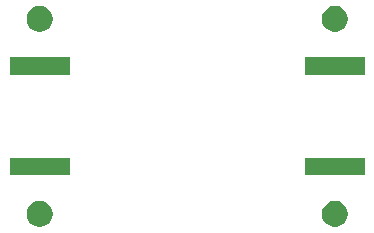
<source format=gbr>
G04 #@! TF.GenerationSoftware,KiCad,Pcbnew,(5.0.2)-1*
G04 #@! TF.CreationDate,2019-06-26T13:49:51+02:00*
G04 #@! TF.ProjectId,2.0,322e302e-6b69-4636-9164-5f7063625858,rev?*
G04 #@! TF.SameCoordinates,Original*
G04 #@! TF.FileFunction,Soldermask,Bot*
G04 #@! TF.FilePolarity,Negative*
%FSLAX46Y46*%
G04 Gerber Fmt 4.6, Leading zero omitted, Abs format (unit mm)*
G04 Created by KiCad (PCBNEW (5.0.2)-1) date 06/26/19 13:49:51*
%MOMM*%
%LPD*%
G01*
G04 APERTURE LIST*
%ADD10C,0.100000*%
G04 APERTURE END LIST*
D10*
G36*
X138070857Y-104192272D02*
X138271042Y-104275191D01*
X138451213Y-104395578D01*
X138604422Y-104548787D01*
X138724809Y-104728958D01*
X138807728Y-104929143D01*
X138850000Y-105141658D01*
X138850000Y-105358342D01*
X138807728Y-105570857D01*
X138724809Y-105771042D01*
X138604422Y-105951213D01*
X138451213Y-106104422D01*
X138271042Y-106224809D01*
X138070857Y-106307728D01*
X137858342Y-106350000D01*
X137641658Y-106350000D01*
X137429143Y-106307728D01*
X137228958Y-106224809D01*
X137048787Y-106104422D01*
X136895578Y-105951213D01*
X136775191Y-105771042D01*
X136692272Y-105570857D01*
X136650000Y-105358342D01*
X136650000Y-105141658D01*
X136692272Y-104929143D01*
X136775191Y-104728958D01*
X136895578Y-104548787D01*
X137048787Y-104395578D01*
X137228958Y-104275191D01*
X137429143Y-104192272D01*
X137641658Y-104150000D01*
X137858342Y-104150000D01*
X138070857Y-104192272D01*
X138070857Y-104192272D01*
G37*
G36*
X113070857Y-104192272D02*
X113271042Y-104275191D01*
X113451213Y-104395578D01*
X113604422Y-104548787D01*
X113724809Y-104728958D01*
X113807728Y-104929143D01*
X113850000Y-105141658D01*
X113850000Y-105358342D01*
X113807728Y-105570857D01*
X113724809Y-105771042D01*
X113604422Y-105951213D01*
X113451213Y-106104422D01*
X113271042Y-106224809D01*
X113070857Y-106307728D01*
X112858342Y-106350000D01*
X112641658Y-106350000D01*
X112429143Y-106307728D01*
X112228958Y-106224809D01*
X112048787Y-106104422D01*
X111895578Y-105951213D01*
X111775191Y-105771042D01*
X111692272Y-105570857D01*
X111650000Y-105358342D01*
X111650000Y-105141658D01*
X111692272Y-104929143D01*
X111775191Y-104728958D01*
X111895578Y-104548787D01*
X112048787Y-104395578D01*
X112228958Y-104275191D01*
X112429143Y-104192272D01*
X112641658Y-104150000D01*
X112858342Y-104150000D01*
X113070857Y-104192272D01*
X113070857Y-104192272D01*
G37*
G36*
X140290000Y-102000000D02*
X135210000Y-102000000D01*
X135210000Y-100500000D01*
X140290000Y-100500000D01*
X140290000Y-102000000D01*
X140290000Y-102000000D01*
G37*
G36*
X115290000Y-102000000D02*
X110210000Y-102000000D01*
X110210000Y-100500000D01*
X115290000Y-100500000D01*
X115290000Y-102000000D01*
X115290000Y-102000000D01*
G37*
G36*
X140290000Y-93500000D02*
X135210000Y-93500000D01*
X135210000Y-92000000D01*
X140290000Y-92000000D01*
X140290000Y-93500000D01*
X140290000Y-93500000D01*
G37*
G36*
X115290000Y-93500000D02*
X110210000Y-93500000D01*
X110210000Y-92000000D01*
X115290000Y-92000000D01*
X115290000Y-93500000D01*
X115290000Y-93500000D01*
G37*
G36*
X138070857Y-87692272D02*
X138271042Y-87775191D01*
X138451213Y-87895578D01*
X138604422Y-88048787D01*
X138724809Y-88228958D01*
X138807728Y-88429143D01*
X138850000Y-88641658D01*
X138850000Y-88858342D01*
X138807728Y-89070857D01*
X138724809Y-89271042D01*
X138604422Y-89451213D01*
X138451213Y-89604422D01*
X138271042Y-89724809D01*
X138070857Y-89807728D01*
X137858342Y-89850000D01*
X137641658Y-89850000D01*
X137429143Y-89807728D01*
X137228958Y-89724809D01*
X137048787Y-89604422D01*
X136895578Y-89451213D01*
X136775191Y-89271042D01*
X136692272Y-89070857D01*
X136650000Y-88858342D01*
X136650000Y-88641658D01*
X136692272Y-88429143D01*
X136775191Y-88228958D01*
X136895578Y-88048787D01*
X137048787Y-87895578D01*
X137228958Y-87775191D01*
X137429143Y-87692272D01*
X137641658Y-87650000D01*
X137858342Y-87650000D01*
X138070857Y-87692272D01*
X138070857Y-87692272D01*
G37*
G36*
X113070857Y-87692272D02*
X113271042Y-87775191D01*
X113451213Y-87895578D01*
X113604422Y-88048787D01*
X113724809Y-88228958D01*
X113807728Y-88429143D01*
X113850000Y-88641658D01*
X113850000Y-88858342D01*
X113807728Y-89070857D01*
X113724809Y-89271042D01*
X113604422Y-89451213D01*
X113451213Y-89604422D01*
X113271042Y-89724809D01*
X113070857Y-89807728D01*
X112858342Y-89850000D01*
X112641658Y-89850000D01*
X112429143Y-89807728D01*
X112228958Y-89724809D01*
X112048787Y-89604422D01*
X111895578Y-89451213D01*
X111775191Y-89271042D01*
X111692272Y-89070857D01*
X111650000Y-88858342D01*
X111650000Y-88641658D01*
X111692272Y-88429143D01*
X111775191Y-88228958D01*
X111895578Y-88048787D01*
X112048787Y-87895578D01*
X112228958Y-87775191D01*
X112429143Y-87692272D01*
X112641658Y-87650000D01*
X112858342Y-87650000D01*
X113070857Y-87692272D01*
X113070857Y-87692272D01*
G37*
M02*

</source>
